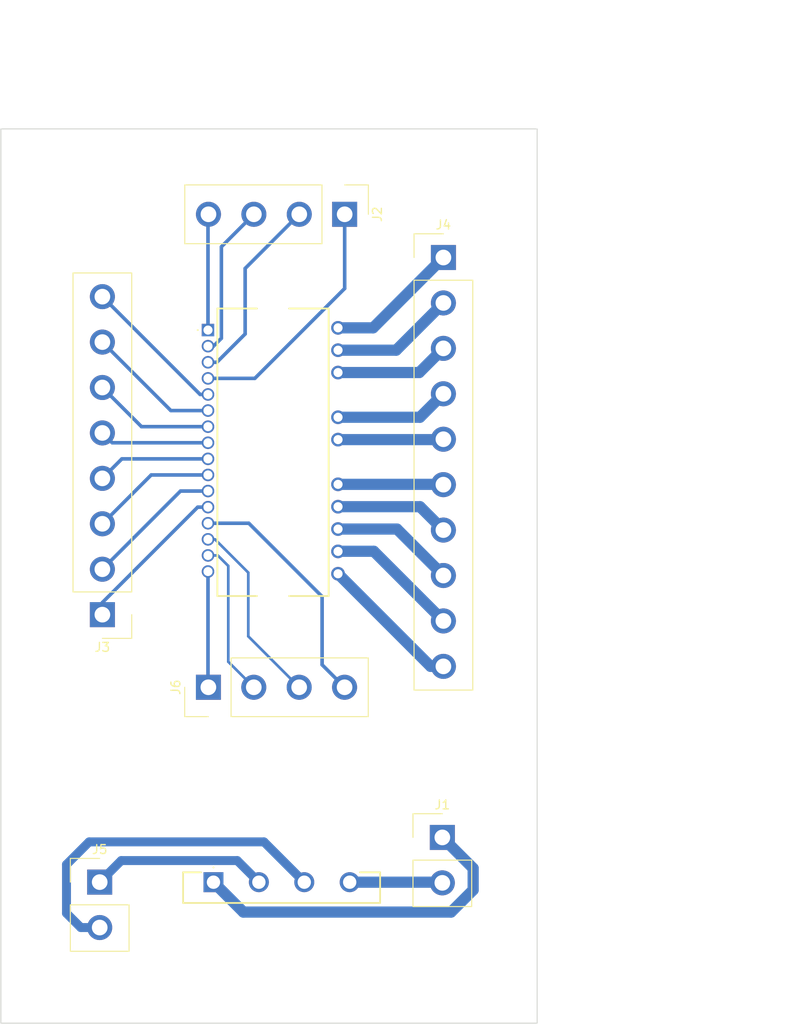
<source format=kicad_pcb>
(kicad_pcb (version 20221018) (generator pcbnew)
  (layers (0 "F.Cu" signal) (31 "B.Cu" signal) (34 "B.Paste" user) (35 "F.Paste" user) (36 "B.SilkS" user "B.Silkscreen") (37 "F.SilkS" user "F.Silkscreen") (38 "B.Mask" user) (39 "F.Mask" user) (44 "Edge.Cuts" user))
  (net 0 "")
  (net 1 "Net-(BR1-+)")
  (net 2 "Net-(BR1-~_1)")
  (net 3 "Net-(BR1-~_2)")
  (net 4 "Net-(BR1--)")
  (net 5 "Net-(IC1-GND)")
  (net 6 "Net-(IC1-T{slash}~{SD}{slash}OD_)")
  (net 7 "Net-(IC1-VCC_W_)")
  (net 8 "Net-(IC1-HIN_W)")
  (net 9 "Net-(IC1-LIN_W)")
  (net 10 "Net-(IC1-OP+)")
  (net 11 "Net-(IC1-OPOUT)")
  (net 12 "Net-(IC1-OP-)")
  (net 13 "Net-(IC1-VCC_V)")
  (net 14 "Net-(IC1-HIN_V_)")
  (net 15 "Net-(IC1-LIN_V)")
  (net 16 "Net-(IC1-CIN_)")
  (net 17 "Net-(IC1-VCC_U)")
  (net 18 "Net-(IC1-HIN_U)")
  (net 19 "Net-(IC1-T{slash}~{SD}{slash}OD)")
  (net 20 "Net-(IC1-LIN_U)")
  (net 21 "Net-(IC1-VBOOT_U)")
  (net 22 "Net-(IC1-P)")
  (net 23 "Net-(IC1-U_OUTU)")
  (net 24 "Net-(IC1-NU)")
  (net 25 "Net-(IC1-VBOOT_V)")
  (net 26 "Net-(IC1-V_OUTV)")
  (net 27 "Net-(IC1-NV)")
  (net 28 "Net-(IC1-VBOOT_W)")
  (net 29 "Net-(IC1-W_OUTW)")
  (net 30 "Net-(IC1-NW)")
  (footprint "Connector_Samtec_HPM_THT:Samtec_HPM-04-01-x-S_Straight_1x04_Pitch5.08mm" (layer "F.Cu") (at 215.4655 56.5495 -90)
    (fp_text reference "J2" (at 0 -3.65 90) (layer "F.SilkS"))
    (fp_text value "Conn_01x04")
    (fp_line (start -3.285 -2.65) (end 0 -2.65) (stroke (width 0.12)) (layer "F.SilkS"))
    (fp_line (start -3.285 0) (end -3.285 -2.65) (stroke (width 0.12)) (layer "F.SilkS"))
    (fp_line (start -3.285 2.54) (end -3.285 17.89) (stroke (width 0.12)) (layer "F.SilkS"))
    (fp_line (start -3.285 2.54) (end 3.285 2.54) (stroke (width 0.12)) (layer "F.SilkS"))
    (fp_line (start -3.285 17.89) (end 3.285 17.89) (stroke (width 0.12)) (layer "F.SilkS"))
    (fp_line (start 3.285 2.54) (end 3.285 17.89) (stroke (width 0.12)) (layer "F.SilkS"))
    (pad "1" thru_hole rect (at 0 0 270) (size 2.8 2.8) (drill 1.75) (layers "*.Cu" "*.Mask") (net 8 "Net-(IC1-HIN_W)"))
    (pad "2" thru_hole circle (at 0 5.08 270) (size 2.8 2.8) (drill 1.75) (layers "*.Cu" "*.Mask") (net 7 "Net-(IC1-VCC_W_)"))
    (pad "3" thru_hole circle (at 0 10.16 270) (size 2.8 2.8) (drill 1.75) (layers "*.Cu" "*.Mask") (net 6 "Net-(IC1-T{slash}~{SD}{slash}OD_)"))
    (pad "4" thru_hole circle (at 0 15.24 270) (size 2.8 2.8) (drill 1.75) (layers "*.Cu" "*.Mask") (net 5 "Net-(IC1-GND)"))
  )
  (footprint "Connector_Samtec_HPM_THT:Samtec_HPM-02-01-x-S_Straight_1x02_Pitch5.08mm" (layer "F.Cu") (at 226.393 126.232)
    (fp_text reference "J1" (at 0 -3.65) (layer "F.SilkS"))
    (fp_text value "Conn_01x02")
    (fp_line (start -3.285 -2.65) (end 0 -2.65) (stroke (width 0.12)) (layer "F.SilkS"))
    (fp_line (start -3.285 0) (end -3.285 -2.65) (stroke (width 0.12)) (layer "F.SilkS"))
    (fp_line (start -3.285 2.54) (end -3.285 7.73) (stroke (width 0.12)) (layer "F.SilkS"))
    (fp_line (start -3.285 2.54) (end 3.285 2.54) (stroke (width 0.12)) (layer "F.SilkS"))
    (fp_line (start -3.285 7.73) (end 3.285 7.73) (stroke (width 0.12)) (layer "F.SilkS"))
    (fp_line (start 3.285 2.54) (end 3.285 7.73) (stroke (width 0.12)) (layer "F.SilkS"))
    (pad "1" thru_hole rect (at 0 0) (size 2.8 2.8) (drill 1.75) (layers "*.Cu" "*.Mask") (net 1 "Net-(BR1-+)"))
    (pad "2" thru_hole circle (at 0 5.08) (size 2.8 2.8) (drill 1.75) (layers "*.Cu" "*.Mask") (net 4 "Net-(BR1--)"))
  )
  (footprint "Connector_Samtec_HPM_THT:Samtec_HPM-08-01-x-S_Straight_1x08_Pitch5.08mm" (layer "F.Cu") (at 188.3555 101.3195 180)
    (fp_text reference "J3" (at 0 -3.65) (layer "F.SilkS"))
    (fp_text value "Conn_01x08")
    (fp_line (start -3.285 -2.65) (end 0 -2.65) (stroke (width 0.12)) (layer "F.SilkS"))
    (fp_line (start -3.285 0) (end -3.285 -2.65) (stroke (width 0.12)) (layer "F.SilkS"))
    (fp_line (start -3.285 2.54) (end -3.285 38.21) (stroke (width 0.12)) (layer "F.SilkS"))
    (fp_line (start -3.285 2.54) (end 3.285 2.54) (stroke (width 0.12)) (layer "F.SilkS"))
    (fp_line (start -3.285 38.21) (end 3.285 38.21) (stroke (width 0.12)) (layer "F.SilkS"))
    (fp_line (start 3.285 2.54) (end 3.285 38.21) (stroke (width 0.12)) (layer "F.SilkS"))
    (pad "1" thru_hole rect (at 0 0 180) (size 2.8 2.8) (drill 1.75) (layers "*.Cu" "*.Mask") (net 16 "Net-(IC1-CIN_)"))
    (pad "2" thru_hole circle (at 0 5.08 180) (size 2.8 2.8) (drill 1.75) (layers "*.Cu" "*.Mask") (net 15 "Net-(IC1-LIN_V)"))
    (pad "3" thru_hole circle (at 0 10.16 180) (size 2.8 2.8) (drill 1.75) (layers "*.Cu" "*.Mask") (net 14 "Net-(IC1-HIN_V_)"))
    (pad "4" thru_hole circle (at 0 15.24 180) (size 2.8 2.8) (drill 1.75) (layers "*.Cu" "*.Mask") (net 13 "Net-(IC1-VCC_V)"))
    (pad "5" thru_hole circle (at 0 20.32 180) (size 2.8 2.8) (drill 1.75) (layers "*.Cu" "*.Mask") (net 12 "Net-(IC1-OP-)"))
    (pad "6" thru_hole circle (at 0 25.4 180) (size 2.8 2.8) (drill 1.75) (layers "*.Cu" "*.Mask") (net 11 "Net-(IC1-OPOUT)"))
    (pad "7" thru_hole circle (at 0 30.48 180) (size 2.8 2.8) (drill 1.75) (layers "*.Cu" "*.Mask") (net 10 "Net-(IC1-OP+)"))
    (pad "8" thru_hole circle (at 0 35.56 180) (size 2.8 2.8) (drill 1.75) (layers "*.Cu" "*.Mask") (net 9 "Net-(IC1-LIN_W)"))
  )
  (footprint "SamacSys_Parts:GBUE2560M3P" (layer "F.Cu") (at 200.7855 131.2375 180)
    (fp_text reference "BR1" hide)
    (fp_text value "GBUE2560-M3_P" hide)
    (fp_line (start -18.645 -2.322) (end -18.645 1.107) (stroke (width 0.2)) (layer "F.SilkS"))
    (fp_line (start -18.645 1.107) (end -16.4 1.107) (stroke (width 0.2)) (layer "F.SilkS"))
    (fp_line (start 0 1.6) (end 0 1.6) (stroke (width 0.1)) (layer "F.SilkS"))
    (fp_line (start 0 1.7) (end 0 1.7) (stroke (width 0.1)) (layer "F.SilkS"))
    (fp_line (start 1.4 1.107) (end 3.4 1.107) (stroke (width 0.2)) (layer "F.SilkS"))
    (fp_line (start 3.4 -2.322) (end -18.645 -2.322) (stroke (width 0.2)) (layer "F.SilkS"))
    (fp_line (start 3.4 1.107) (end 3.4 -2.322) (stroke (width 0.2)) (layer "F.SilkS"))
    (fp_arc (start 0 1.6) (mid 0.05 1.65) (end 0 1.7) (stroke (width 0.1)) (layer "F.SilkS"))
    (fp_arc (start 0 1.7) (mid -0.05 1.65) (end 0 1.6) (stroke (width 0.1)) (layer "F.SilkS"))
    (pad "1" thru_hole rect (at 0 0 180) (size 2.235 2.235) (drill 1.49) (layers "*.Cu" "*.Mask") (net 1 "Net-(BR1-+)"))
    (pad "2" thru_hole circle (at -5.08 0 180) (size 2.235 2.235) (drill 1.49) (layers "*.Cu" "*.Mask") (net 2 "Net-(BR1-~_1)"))
    (pad "3" thru_hole circle (at -10.16 0 180) (size 2.235 2.235) (drill 1.49) (layers "*.Cu" "*.Mask") (net 3 "Net-(BR1-~_2)"))
    (pad "4" thru_hole circle (at -15.24 0 180) (size 2.235 2.235) (drill 1.49) (layers "*.Cu" "*.Mask") (net 4 "Net-(BR1--)"))
  )
  (footprint "Connector_Samtec_HPM_THT:Samtec_HPM-10-01-x-S_Straight_1x10_Pitch5.08mm" (layer "F.Cu") (at 226.5125 61.3825)
    (fp_text reference "J4" (at 0 -3.65) (layer "F.SilkS"))
    (fp_text value "Conn_01x10")
    (fp_line (start -3.285 -2.65) (end 0 -2.65) (stroke (width 0.12)) (layer "F.SilkS"))
    (fp_line (start -3.285 0) (end -3.285 -2.65) (stroke (width 0.12)) (layer "F.SilkS"))
    (fp_line (start -3.285 2.54) (end -3.285 48.37) (stroke (width 0.12)) (layer "F.SilkS"))
    (fp_line (start -3.285 2.54) (end 3.285 2.54) (stroke (width 0.12)) (layer "F.SilkS"))
    (fp_line (start -3.285 48.37) (end 3.285 48.37) (stroke (width 0.12)) (layer "F.SilkS"))
    (fp_line (start 3.285 2.54) (end 3.285 48.37) (stroke (width 0.12)) (layer "F.SilkS"))
    (pad "1" thru_hole rect (at 0 0) (size 2.8 2.8) (drill 1.75) (layers "*.Cu" "*.Mask") (net 30 "Net-(IC1-NW)"))
    (pad "2" thru_hole circle (at 0 5.08) (size 2.8 2.8) (drill 1.75) (layers "*.Cu" "*.Mask") (net 29 "Net-(IC1-W_OUTW)"))
    (pad "3" thru_hole circle (at 0 10.16) (size 2.8 2.8) (drill 1.75) (layers "*.Cu" "*.Mask") (net 28 "Net-(IC1-VBOOT_W)"))
    (pad "4" thru_hole circle (at 0 15.24) (size 2.8 2.8) (drill 1.75) (layers "*.Cu" "*.Mask") (net 27 "Net-(IC1-NV)"))
    (pad "5" thru_hole circle (at 0 20.32) (size 2.8 2.8) (drill 1.75) (layers "*.Cu" "*.Mask") (net 26 "Net-(IC1-V_OUTV)"))
    (pad "6" thru_hole circle (at 0 25.4) (size 2.8 2.8) (drill 1.75) (layers "*.Cu" "*.Mask") (net 25 "Net-(IC1-VBOOT_V)"))
    (pad "7" thru_hole circle (at 0 30.48) (size 2.8 2.8) (drill 1.75) (layers "*.Cu" "*.Mask") (net 24 "Net-(IC1-NU)"))
    (pad "8" thru_hole circle (at 0 35.56) (size 2.8 2.8) (drill 1.75) (layers "*.Cu" "*.Mask") (net 23 "Net-(IC1-U_OUTU)"))
    (pad "9" thru_hole circle (at 0 40.64) (size 2.8 2.8) (drill 1.75) (layers "*.Cu" "*.Mask") (net 22 "Net-(IC1-P)"))
    (pad "10" thru_hole circle (at 0 45.72) (size 2.8 2.8) (drill 1.75) (layers "*.Cu" "*.Mask") (net 21 "Net-(IC1-VBOOT_U)"))
  )
  (footprint "Connector_Samtec_HPM_THT:Samtec_HPM-02-01-x-S_Straight_1x02_Pitch5.08mm" (layer "F.Cu") (at 188.0555 131.2295)
    (fp_text reference "J5" (at 0 -3.65) (layer "F.SilkS"))
    (fp_text value "Conn_01x02")
    (fp_line (start -3.285 -2.65) (end 0 -2.65) (stroke (width 0.12)) (layer "F.SilkS"))
    (fp_line (start -3.285 0) (end -3.285 -2.65) (stroke (width 0.12)) (layer "F.SilkS"))
    (fp_line (start -3.285 2.54) (end -3.285 7.73) (stroke (width 0.12)) (layer "F.SilkS"))
    (fp_line (start -3.285 2.54) (end 3.285 2.54) (stroke (width 0.12)) (layer "F.SilkS"))
    (fp_line (start -3.285 7.73) (end 3.285 7.73) (stroke (width 0.12)) (layer "F.SilkS"))
    (fp_line (start 3.285 2.54) (end 3.285 7.73) (stroke (width 0.12)) (layer "F.SilkS"))
    (pad "1" thru_hole rect (at 0 0) (size 2.8 2.8) (drill 1.75) (layers "*.Cu" "*.Mask") (net 2 "Net-(BR1-~_1)"))
    (pad "2" thru_hole circle (at 0 5.08) (size 2.8 2.8) (drill 1.75) (layers "*.Cu" "*.Mask") (net 3 "Net-(BR1-~_2)"))
  )
  (footprint "SamacSys_Parts:STGIPQ3H60THL" (layer "F.Cu") (at 200.1725 69.497 -90)
    (fp_text reference "IC1" hide)
    (fp_text value "STGIPQ3H60T-HL" hide)
    (fp_line (start -2.412 -13.5) (end 29.738 -13.5) (stroke (width 0.2)) (layer "F.SilkS"))
    (fp_line (start -2.412 -9.075) (end -2.412 -13.5) (stroke (width 0.2)) (layer "F.SilkS"))
    (fp_line (start -2.412 -1.05) (end -2.412 -5.475) (stroke (width 0.2)) (layer "F.SilkS"))
    (fp_line (start 0 1.1) (end 0 1.1) (stroke (width 0.1)) (layer "F.SilkS"))
    (fp_line (start 0 1.2) (end 0 1.2) (stroke (width 0.1)) (layer "F.SilkS"))
    (fp_line (start 29.738 -13.5) (end 29.738 -9.075) (stroke (width 0.2)) (layer "F.SilkS"))
    (fp_line (start 29.738 -5.475) (end 29.738 -1.05) (stroke (width 0.2)) (layer "F.SilkS"))
    (fp_line (start 29.738 -1.05) (end -2.412 -1.05) (stroke (width 0.2)) (layer "F.SilkS"))
    (fp_arc (start 0 1.1) (mid 0.05 1.15) (end 0 1.2) (stroke (width 0.1)) (layer "F.SilkS"))
    (fp_arc (start 0 1.2) (mid -0.05 1.15) (end 0 1.1) (stroke (width 0.1)) (layer "F.SilkS"))
    (pad "" np_thru_hole circle (at -1.712 -7.275 270) (size 3.4 3.4) (drill 3.4) (layers "*.Cu" "*.Mask"))
    (pad "" np_thru_hole circle (at 29.038 -7.275 270) (size 3.4 3.4) (drill 3.4) (layers "*.Cu" "*.Mask"))
    (pad "1" thru_hole rect (at 0 0 270) (size 1.4 1.4) (drill 1.02) (layers "*.Cu" "*.Mask") (net 5 "Net-(IC1-GND)"))
    (pad "2" thru_hole circle (at 1.8 0 270) (size 1.4 1.4) (drill 1.02) (layers "*.Cu" "*.Mask") (net 6 "Net-(IC1-T{slash}~{SD}{slash}OD_)"))
    (pad "3" thru_hole circle (at 3.6 0 270) (size 1.4 1.4) (drill 1.02) (layers "*.Cu" "*.Mask") (net 7 "Net-(IC1-VCC_W_)"))
    (pad "4" thru_hole circle (at 5.401 0 270) (size 1.4 1.4) (drill 1.02) (layers "*.Cu" "*.Mask") (net 8 "Net-(IC1-HIN_W)"))
    (pad "5" thru_hole circle (at 7.2 0 270) (size 1.4 1.4) (drill 1.02) (layers "*.Cu" "*.Mask") (net 9 "Net-(IC1-LIN_W)"))
    (pad "6" thru_hole circle (at 9.001 0 270) (size 1.4 1.4) (drill 1.02) (layers "*.Cu" "*.Mask") (net 10 "Net-(IC1-OP+)"))
    (pad "7" thru_hole circle (at 10.801 0 270) (size 1.4 1.4) (drill 1.02) (layers "*.Cu" "*.Mask") (net 11 "Net-(IC1-OPOUT)"))
    (pad "8" thru_hole circle (at 12.601 0 270) (size 1.4 1.4) (drill 1.02) (layers "*.Cu" "*.Mask") (net 12 "Net-(IC1-OP-)"))
    (pad "9" thru_hole circle (at 14.401 0 270) (size 1.4 1.4) (drill 1.02) (layers "*.Cu" "*.Mask") (net 13 "Net-(IC1-VCC_V)"))
    (pad "10" thru_hole circle (at 16.2 0 270) (size 1.4 1.4) (drill 1.02) (layers "*.Cu" "*.Mask") (net 14 "Net-(IC1-HIN_V_)"))
    (pad "11" thru_hole circle (at 18 0 270) (size 1.4 1.4) (drill 1.02) (layers "*.Cu" "*.Mask") (net 15 "Net-(IC1-LIN_V)"))
    (pad "12" thru_hole circle (at 19.8 0 270) (size 1.4 1.4) (drill 1.02) (layers "*.Cu" "*.Mask") (net 16 "Net-(IC1-CIN_)"))
    (pad "13" thru_hole circle (at 21.601 0 270) (size 1.4 1.4) (drill 1.02) (layers "*.Cu" "*.Mask") (net 17 "Net-(IC1-VCC_U)"))
    (pad "14" thru_hole circle (at 23.401 0 270) (size 1.4 1.4) (drill 1.02) (layers "*.Cu" "*.Mask") (net 18 "Net-(IC1-HIN_U)"))
    (pad "15" thru_hole circle (at 25.2 0 270) (size 1.4 1.4) (drill 1.02) (layers "*.Cu" "*.Mask") (net 19 "Net-(IC1-T{slash}~{SD}{slash}OD)"))
    (pad "16" thru_hole circle (at 27 0 270) (size 1.4 1.4) (drill 1.02) (layers "*.Cu" "*.Mask") (net 20 "Net-(IC1-LIN_U)"))
    (pad "17" thru_hole circle (at 27.25 -14.55 270) (size 1.53 1.53) (drill 1.02) (layers "*.Cu" "*.Mask") (net 21 "Net-(IC1-VBOOT_U)"))
    (pad "18" thru_hole circle (at 24.75 -14.55 270) (size 1.53 1.53) (drill 1.02) (layers "*.Cu" "*.Mask") (net 22 "Net-(IC1-P)"))
    (pad "19" thru_hole circle (at 22.25 -14.55 270) (size 1.53 1.53) (drill 1.02) (layers "*.Cu" "*.Mask") (net 23 "Net-(IC1-U_OUTU)"))
    (pad "20" thru_hole circle (at 19.75 -14.55 270) (size 1.53 1.53) (drill 1.02) (layers "*.Cu" "*.Mask") (net 24 "Net-(IC1-NU)"))
    (pad "21" thru_hole circle (at 17.25 -14.55 270) (size 1.53 1.53) (drill 1.02) (layers "*.Cu" "*.Mask") (net 25 "Net-(IC1-VBOOT_V)"))
    (pad "22" thru_hole circle (at 12.25 -14.55 270) (size 1.53 1.53) (drill 1.02) (layers "*.Cu" "*.Mask") (net 26 "Net-(IC1-V_OUTV)"))
    (pad "23" thru_hole circle (at 9.75 -14.55 270) (size 1.53 1.53) (drill 1.02) (layers "*.Cu" "*.Mask") (net 27 "Net-(IC1-NV)"))
    (pad "24" thru_hole circle (at 4.75 -14.55 270) (size 1.53 1.53) (drill 1.02) (layers "*.Cu" "*.Mask") (net 28 "Net-(IC1-VBOOT_W)"))
    (pad "25" thru_hole circle (at 2.25 -14.55 270) (size 1.53 1.53) (drill 1.02) (layers "*.Cu" "*.Mask") (net 29 "Net-(IC1-W_OUTW)"))
    (pad "26" thru_hole circle (at -0.25 -14.55 270) (size 1.53 1.53) (drill 1.02) (layers "*.Cu" "*.Mask") (net 30 "Net-(IC1-NW)"))
  )
  (footprint "Connector_Samtec_HPM_THT:Samtec_HPM-04-01-x-S_Straight_1x04_Pitch5.08mm" (layer "F.Cu") (at 200.2155 109.4395 90)
    (fp_text reference "J6" (at 0 -3.65 90) (layer "F.SilkS"))
    (fp_text value "Conn_01x04")
    (fp_line (start -3.285 -2.65) (end 0 -2.65) (stroke (width 0.12)) (layer "F.SilkS"))
    (fp_line (start -3.285 0) (end -3.285 -2.65) (stroke (width 0.12)) (layer "F.SilkS"))
    (fp_line (start -3.285 2.54) (end -3.285 17.89) (stroke (width 0.12)) (layer "F.SilkS"))
    (fp_line (start -3.285 2.54) (end 3.285 2.54) (stroke (width 0.12)) (layer "F.SilkS"))
    (fp_line (start -3.285 17.89) (end 3.285 17.89) (stroke (width 0.12)) (layer "F.SilkS"))
    (fp_line (start 3.285 2.54) (end 3.285 17.89) (stroke (width 0.12)) (layer "F.SilkS"))
    (pad "1" thru_hole rect (at 0 0 90) (size 2.8 2.8) (drill 1.75) (layers "*.Cu" "*.Mask") (net 20 "Net-(IC1-LIN_U)"))
    (pad "2" thru_hole circle (at 0 5.08 90) (size 2.8 2.8) (drill 1.75) (layers "*.Cu" "*.Mask") (net 19 "Net-(IC1-T{slash}~{SD}{slash}OD)"))
    (pad "3" thru_hole circle (at 0 10.16 90) (size 2.8 2.8) (drill 1.75) (layers "*.Cu" "*.Mask") (net 18 "Net-(IC1-HIN_U)"))
    (pad "4" thru_hole circle (at 0 15.24 90) (size 2.8 2.8) (drill 1.75) (layers "*.Cu" "*.Mask") (net 17 "Net-(IC1-VCC_U)"))
  )
  (gr_rect (start 177 47) (end 237 147) (stroke (width 0.1)) (fill none) (layer "Edge.Cuts"))
  (segment (start 200.7855 131.2375) (end 204.128 134.58) (width 1.25) (layer "B.Cu") (net 1))
  (segment (start 204.128 134.58) (end 227.37 134.58) (width 1.25) (layer "B.Cu") (net 1))
  (segment (start 229.84 132.11) (end 229.84 129.679) (width 1.25) (layer "B.Cu") (net 1))
  (segment (start 227.37 134.58) (end 229.84 132.11) (width 1.25) (layer "B.Cu") (net 1))
  (segment (start 229.84 129.679) (end 226.393 126.232) (width 1.25) (layer "B.Cu") (net 1))
  (segment (start 190.465 128.82) (end 188.0555 131.2295) (width 1) (layer "B.Cu") (net 2))
  (segment (start 205.8655 131.2375) (end 203.448 128.82) (width 1) (layer "B.Cu") (net 2))
  (segment (start 203.448 128.82) (end 190.465 128.82) (width 1) (layer "B.Cu") (net 2))
  (segment (start 186.87 126.73) (end 184.34 129.26) (width 1) (layer "B.Cu") (net 3))
  (segment (start 206.438 126.73) (end 186.87 126.73) (width 1) (layer "B.Cu") (net 3))
  (segment (start 184.34 129.26) (end 184.34 134.71) (width 1) (layer "B.Cu") (net 3))
  (segment (start 184.34 134.71) (end 185.9395 136.3095) (width 1) (layer "B.Cu") (net 3))
  (segment (start 210.9455 131.2375) (end 206.438 126.73) (width 1) (layer "B.Cu") (net 3))
  (segment (start 185.9395 136.3095) (end 188.0555 136.3095) (width 1) (layer "B.Cu") (net 3))
  (segment (start 216.0255 131.2375) (end 226.3185 131.2375) (width 1.25) (layer "B.Cu") (net 4))
  (segment (start 226.3185 131.2375) (end 226.393 131.312) (width 1.25) (layer "B.Cu") (net 4))
  (segment (start 200.1725 69.497) (end 200.1725 56.6025) (width 0.4) (layer "B.Cu") (net 5))
  (segment (start 200.1725 56.6025) (end 200.2255 56.5495) (width 0.3) (layer "B.Cu") (net 5))
  (segment (start 205.3055 56.5495) (end 201.67 60.185) (width 0.4) (layer "B.Cu") (net 6))
  (segment (start 201.67 60.185) (end 201.67 70.4125) (width 0.4) (layer "B.Cu") (net 6))
  (segment (start 200.7855 71.297) (end 200.1725 71.297) (width 0.4) (layer "B.Cu") (net 6))
  (segment (start 201.67 70.4125) (end 200.7855 71.297) (width 0.4) (layer "B.Cu") (net 6))
  (segment (start 204.33 69.929449) (end 201.162449 73.097) (width 0.4) (layer "B.Cu") (net 7))
  (segment (start 201.162449 73.097) (end 200.1725 73.097) (width 0.4) (layer "B.Cu") (net 7))
  (segment (start 204.33 62.605) (end 204.33 69.929449) (width 0.4) (layer "B.Cu") (net 7))
  (segment (start 210.3855 56.5495) (end 204.33 62.605) (width 0.4) (layer "B.Cu") (net 7))
  (segment (start 215.4655 64.8445) (end 215.4655 56.5495) (width 0.4) (layer "B.Cu") (net 8))
  (segment (start 200.1725 74.898) (end 205.412 74.898) (width 0.4) (layer "B.Cu") (net 8))
  (segment (start 205.412 74.898) (end 215.4655 64.8445) (width 0.4) (layer "B.Cu") (net 8))
  (segment (start 199.293 76.697) (end 188.3555 65.7595) (width 0.4) (layer "B.Cu") (net 9))
  (segment (start 200.1725 76.697) (end 199.293 76.697) (width 0.4) (layer "B.Cu") (net 9))
  (segment (start 196.014 78.498) (end 188.3555 70.8395) (width 0.4) (layer "B.Cu") (net 10))
  (segment (start 200.1725 78.498) (end 196.014 78.498) (width 0.4) (layer "B.Cu") (net 10))
  (segment (start 200.1725 80.298) (end 192.734 80.298) (width 0.4) (layer "B.Cu") (net 11))
  (segment (start 192.734 80.298) (end 188.3555 75.9195) (width 0.4) (layer "B.Cu") (net 11))
  (segment (start 200.1725 82.098) (end 189.454 82.098) (width 0.4) (layer "B.Cu") (net 12))
  (segment (start 189.454 82.098) (end 188.3555 80.9995) (width 0.4) (layer "B.Cu") (net 12))
  (segment (start 190.537 83.898) (end 188.3555 86.0795) (width 0.4) (layer "B.Cu") (net 13))
  (segment (start 200.1725 83.898) (end 190.537 83.898) (width 0.4) (layer "B.Cu") (net 13))
  (segment (start 193.818 85.697) (end 188.3555 91.1595) (width 0.4) (layer "B.Cu") (net 14))
  (segment (start 200.1725 85.697) (end 193.818 85.697) (width 0.4) (layer "B.Cu") (net 14))
  (segment (start 197.098 87.497) (end 188.3555 96.2395) (width 0.4) (layer "B.Cu") (net 15))
  (segment (start 200.1725 87.497) (end 197.098 87.497) (width 0.4) (layer "B.Cu") (net 15))
  (segment (start 199.023 89.297) (end 188.3555 99.9645) (width 0.4) (layer "B.Cu") (net 16))
  (segment (start 188.3555 99.9645) (end 188.3555 101.3195) (width 0.4) (layer "B.Cu") (net 16))
  (segment (start 200.1725 89.297) (end 199.023 89.297) (width 0.4) (layer "B.Cu") (net 16))
  (segment (start 212.94 99.3) (end 212.94 106.924) (width 0.4) (layer "B.Cu") (net 17))
  (segment (start 200.1725 91.098) (end 204.738 91.098) (width 0.4) (layer "B.Cu") (net 17))
  (segment (start 212.94 106.924) (end 215.4555 109.4395) (width 0.4) (layer "B.Cu") (net 17))
  (segment (start 204.738 91.098) (end 212.94 99.3) (width 0.4) (layer "B.Cu") (net 17))
  (segment (start 204.68 103.744) (end 204.68 96.62) (width 0.3) (layer "B.Cu") (net 18))
  (segment (start 200.958 92.898) (end 200.1725 92.898) (width 0.3) (layer "B.Cu") (net 18))
  (segment (start 210.3755 109.4395) (end 204.68 103.744) (width 0.3) (layer "B.Cu") (net 18))
  (segment (start 204.68 96.62) (end 200.958 92.898) (width 0.3) (layer "B.Cu") (net 18))
  (segment (start 200.1725 94.697) (end 201.267 94.697) (width 0.3) (layer "B.Cu") (net 19))
  (segment (start 201.267 94.697) (end 202.44 95.87) (width 0.3) (layer "B.Cu") (net 19))
  (segment (start 202.44 106.584) (end 205.2955 109.4395) (width 0.3) (layer "B.Cu") (net 19))
  (segment (start 202.44 95.87) (end 202.44 106.584) (width 0.3) (layer "B.Cu") (net 19))
  (segment (start 200.1725 96.497) (end 200.1725 109.3965) (width 0.4) (layer "B.Cu") (net 20))
  (segment (start 200.1725 109.3965) (end 200.2155 109.4395) (width 0.3) (layer "B.Cu") (net 20))
  (segment (start 214.7225 96.747) (end 225.078 107.1025) (width 1.25) (layer "B.Cu") (net 21))
  (segment (start 225.078 107.1025) (end 226.5125 107.1025) (width 1.25) (layer "B.Cu") (net 21))
  (segment (start 226.5125 102.0225) (end 218.72 94.23) (width 1.25) (layer "B.Cu") (net 22))
  (segment (start 218.72 94.23) (end 214.7395 94.23) (width 1.25) (layer "B.Cu") (net 22))
  (segment (start 214.7395 94.23) (end 214.7225 94.247) (width 1.25) (layer "B.Cu") (net 22))
  (segment (start 221.317 91.747) (end 226.5125 96.9425) (width 1.25) (layer "B.Cu") (net 23))
  (segment (start 214.7225 91.747) (end 221.317 91.747) (width 1.25) (layer "B.Cu") (net 23))
  (segment (start 214.7225 89.247) (end 223.897 89.247) (width 1.25) (layer "B.Cu") (net 24))
  (segment (start 223.897 89.247) (end 226.5125 91.8625) (width 1.25) (layer "B.Cu") (net 24))
  (segment (start 214.7225 86.747) (end 226.477 86.747) (width 1.25) (layer "B.Cu") (net 25))
  (segment (start 226.477 86.747) (end 226.5125 86.7825) (width 1.25) (layer "B.Cu") (net 25))
  (segment (start 214.7225 81.747) (end 226.468 81.747) (width 1.25) (layer "B.Cu") (net 26))
  (segment (start 226.468 81.747) (end 226.5125 81.7025) (width 1.25) (layer "B.Cu") (net 26))
  (segment (start 223.888 79.247) (end 214.7225 79.247) (width 1.25) (layer "B.Cu") (net 27))
  (segment (start 223.888 79.247) (end 226.5125 76.6225) (width 1.25) (layer "B.Cu") (net 27))
  (segment (start 223.808 74.247) (end 226.5125 71.5425) (width 1.25) (layer "B.Cu") (net 28))
  (segment (start 214.7225 74.247) (end 223.808 74.247) (width 1.25) (layer "B.Cu") (net 28))
  (segment (start 214.7225 71.747) (end 221.228 71.747) (width 1.25) (layer "B.Cu") (net 29))
  (segment (start 221.228 71.747) (end 226.5125 66.4625) (width 1.25) (layer "B.Cu") (net 29))
  (segment (start 214.7225 69.247) (end 218.648 69.247) (width 1.25) (layer "B.Cu") (net 30))
  (segment (start 218.648 69.247) (end 226.5125 61.3825) (width 1.25) (layer "B.Cu") (net 30))
)
</source>
